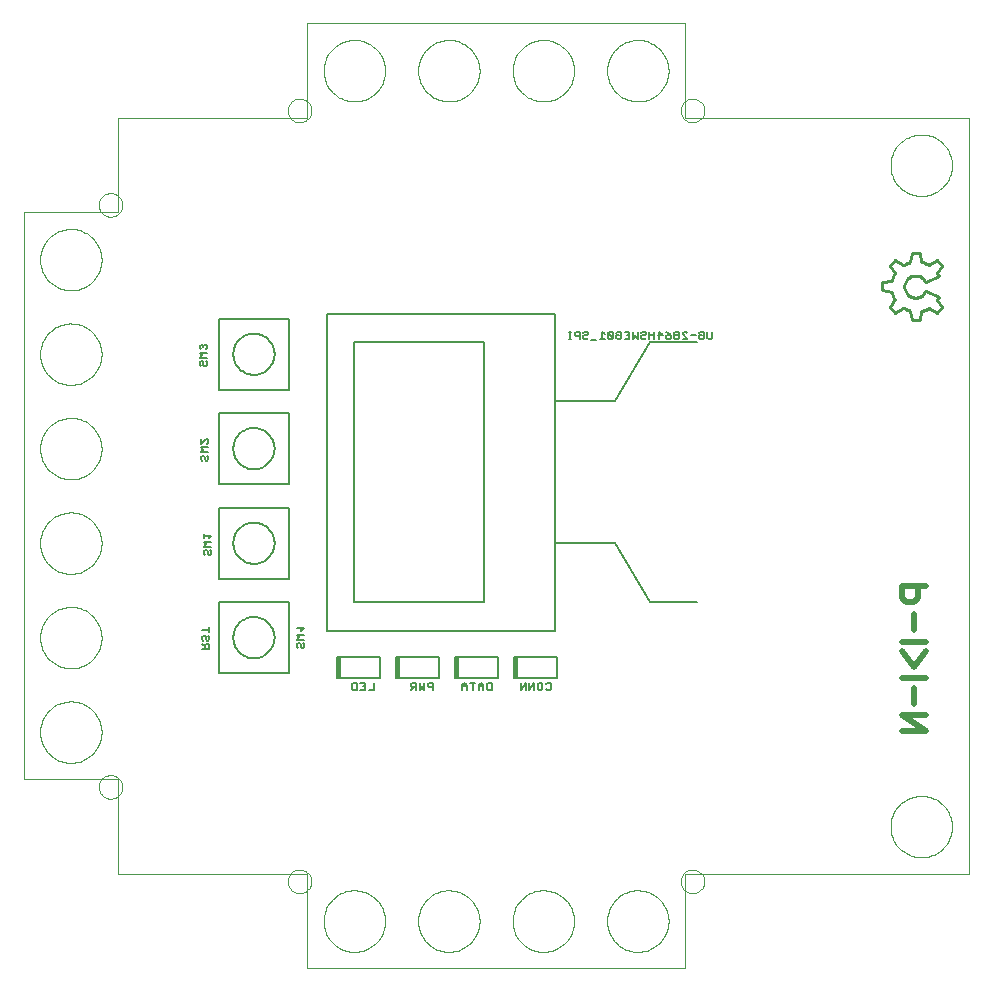
<source format=gbo>
G75*
%MOIN*%
%OFA0B0*%
%FSLAX24Y24*%
%IPPOS*%
%LPD*%
%AMOC8*
5,1,8,0,0,1.08239X$1,22.5*
%
%ADD10C,0.0000*%
%ADD11C,0.0200*%
%ADD12C,0.0060*%
%ADD13R,0.0150X0.0700*%
%ADD14C,0.0100*%
D10*
X004874Y004874D02*
X011174Y004874D01*
X011174Y001725D01*
X023772Y001725D01*
X023772Y004874D01*
X033221Y004874D01*
X033221Y030071D01*
X023772Y030071D01*
X023772Y033221D01*
X011174Y033221D01*
X011174Y030071D01*
X004874Y030071D01*
X004874Y026922D01*
X001725Y026922D01*
X001725Y008024D01*
X004874Y008024D01*
X004874Y004874D01*
X004230Y007774D02*
X004232Y007813D01*
X004238Y007852D01*
X004248Y007890D01*
X004261Y007927D01*
X004278Y007962D01*
X004298Y007996D01*
X004322Y008027D01*
X004349Y008056D01*
X004378Y008082D01*
X004410Y008105D01*
X004444Y008125D01*
X004480Y008141D01*
X004517Y008153D01*
X004556Y008162D01*
X004595Y008167D01*
X004634Y008168D01*
X004673Y008165D01*
X004712Y008158D01*
X004749Y008147D01*
X004786Y008133D01*
X004821Y008115D01*
X004854Y008094D01*
X004885Y008069D01*
X004913Y008042D01*
X004938Y008012D01*
X004960Y007979D01*
X004979Y007945D01*
X004994Y007909D01*
X005006Y007871D01*
X005014Y007833D01*
X005018Y007794D01*
X005018Y007754D01*
X005014Y007715D01*
X005006Y007677D01*
X004994Y007639D01*
X004979Y007603D01*
X004960Y007569D01*
X004938Y007536D01*
X004913Y007506D01*
X004885Y007479D01*
X004854Y007454D01*
X004821Y007433D01*
X004786Y007415D01*
X004749Y007401D01*
X004712Y007390D01*
X004673Y007383D01*
X004634Y007380D01*
X004595Y007381D01*
X004556Y007386D01*
X004517Y007395D01*
X004480Y007407D01*
X004444Y007423D01*
X004410Y007443D01*
X004378Y007466D01*
X004349Y007492D01*
X004322Y007521D01*
X004298Y007552D01*
X004278Y007586D01*
X004261Y007621D01*
X004248Y007658D01*
X004238Y007696D01*
X004232Y007735D01*
X004230Y007774D01*
X002276Y009599D02*
X002278Y009663D01*
X002284Y009726D01*
X002294Y009789D01*
X002308Y009851D01*
X002325Y009912D01*
X002347Y009972D01*
X002372Y010031D01*
X002400Y010088D01*
X002432Y010143D01*
X002468Y010196D01*
X002507Y010246D01*
X002548Y010294D01*
X002593Y010340D01*
X002640Y010382D01*
X002690Y010422D01*
X002743Y010458D01*
X002797Y010491D01*
X002854Y010521D01*
X002912Y010547D01*
X002971Y010569D01*
X003032Y010587D01*
X003094Y010602D01*
X003157Y010613D01*
X003220Y010620D01*
X003284Y010623D01*
X003348Y010622D01*
X003411Y010617D01*
X003474Y010608D01*
X003537Y010595D01*
X003598Y010579D01*
X003659Y010558D01*
X003717Y010534D01*
X003775Y010506D01*
X003830Y010475D01*
X003884Y010440D01*
X003935Y010402D01*
X003984Y010361D01*
X004030Y010317D01*
X004073Y010271D01*
X004113Y010221D01*
X004150Y010170D01*
X004184Y010116D01*
X004215Y010060D01*
X004241Y010002D01*
X004265Y009943D01*
X004284Y009882D01*
X004300Y009820D01*
X004312Y009758D01*
X004320Y009694D01*
X004324Y009631D01*
X004324Y009567D01*
X004320Y009504D01*
X004312Y009440D01*
X004300Y009378D01*
X004284Y009316D01*
X004265Y009255D01*
X004241Y009196D01*
X004215Y009138D01*
X004184Y009082D01*
X004150Y009028D01*
X004113Y008977D01*
X004073Y008927D01*
X004030Y008881D01*
X003984Y008837D01*
X003935Y008796D01*
X003884Y008758D01*
X003830Y008723D01*
X003775Y008692D01*
X003717Y008664D01*
X003659Y008640D01*
X003598Y008619D01*
X003537Y008603D01*
X003474Y008590D01*
X003411Y008581D01*
X003348Y008576D01*
X003284Y008575D01*
X003220Y008578D01*
X003157Y008585D01*
X003094Y008596D01*
X003032Y008611D01*
X002971Y008629D01*
X002912Y008651D01*
X002854Y008677D01*
X002797Y008707D01*
X002743Y008740D01*
X002690Y008776D01*
X002640Y008816D01*
X002593Y008858D01*
X002548Y008904D01*
X002507Y008952D01*
X002468Y009002D01*
X002432Y009055D01*
X002400Y009110D01*
X002372Y009167D01*
X002347Y009226D01*
X002325Y009286D01*
X002308Y009347D01*
X002294Y009409D01*
X002284Y009472D01*
X002278Y009535D01*
X002276Y009599D01*
X002276Y012748D02*
X002278Y012812D01*
X002284Y012875D01*
X002294Y012938D01*
X002308Y013000D01*
X002325Y013061D01*
X002347Y013121D01*
X002372Y013180D01*
X002400Y013237D01*
X002432Y013292D01*
X002468Y013345D01*
X002507Y013395D01*
X002548Y013443D01*
X002593Y013489D01*
X002640Y013531D01*
X002690Y013571D01*
X002743Y013607D01*
X002797Y013640D01*
X002854Y013670D01*
X002912Y013696D01*
X002971Y013718D01*
X003032Y013736D01*
X003094Y013751D01*
X003157Y013762D01*
X003220Y013769D01*
X003284Y013772D01*
X003348Y013771D01*
X003411Y013766D01*
X003474Y013757D01*
X003537Y013744D01*
X003598Y013728D01*
X003659Y013707D01*
X003717Y013683D01*
X003775Y013655D01*
X003830Y013624D01*
X003884Y013589D01*
X003935Y013551D01*
X003984Y013510D01*
X004030Y013466D01*
X004073Y013420D01*
X004113Y013370D01*
X004150Y013319D01*
X004184Y013265D01*
X004215Y013209D01*
X004241Y013151D01*
X004265Y013092D01*
X004284Y013031D01*
X004300Y012969D01*
X004312Y012907D01*
X004320Y012843D01*
X004324Y012780D01*
X004324Y012716D01*
X004320Y012653D01*
X004312Y012589D01*
X004300Y012527D01*
X004284Y012465D01*
X004265Y012404D01*
X004241Y012345D01*
X004215Y012287D01*
X004184Y012231D01*
X004150Y012177D01*
X004113Y012126D01*
X004073Y012076D01*
X004030Y012030D01*
X003984Y011986D01*
X003935Y011945D01*
X003884Y011907D01*
X003830Y011872D01*
X003775Y011841D01*
X003717Y011813D01*
X003659Y011789D01*
X003598Y011768D01*
X003537Y011752D01*
X003474Y011739D01*
X003411Y011730D01*
X003348Y011725D01*
X003284Y011724D01*
X003220Y011727D01*
X003157Y011734D01*
X003094Y011745D01*
X003032Y011760D01*
X002971Y011778D01*
X002912Y011800D01*
X002854Y011826D01*
X002797Y011856D01*
X002743Y011889D01*
X002690Y011925D01*
X002640Y011965D01*
X002593Y012007D01*
X002548Y012053D01*
X002507Y012101D01*
X002468Y012151D01*
X002432Y012204D01*
X002400Y012259D01*
X002372Y012316D01*
X002347Y012375D01*
X002325Y012435D01*
X002308Y012496D01*
X002294Y012558D01*
X002284Y012621D01*
X002278Y012684D01*
X002276Y012748D01*
X002276Y015898D02*
X002278Y015962D01*
X002284Y016025D01*
X002294Y016088D01*
X002308Y016150D01*
X002325Y016211D01*
X002347Y016271D01*
X002372Y016330D01*
X002400Y016387D01*
X002432Y016442D01*
X002468Y016495D01*
X002507Y016545D01*
X002548Y016593D01*
X002593Y016639D01*
X002640Y016681D01*
X002690Y016721D01*
X002743Y016757D01*
X002797Y016790D01*
X002854Y016820D01*
X002912Y016846D01*
X002971Y016868D01*
X003032Y016886D01*
X003094Y016901D01*
X003157Y016912D01*
X003220Y016919D01*
X003284Y016922D01*
X003348Y016921D01*
X003411Y016916D01*
X003474Y016907D01*
X003537Y016894D01*
X003598Y016878D01*
X003659Y016857D01*
X003717Y016833D01*
X003775Y016805D01*
X003830Y016774D01*
X003884Y016739D01*
X003935Y016701D01*
X003984Y016660D01*
X004030Y016616D01*
X004073Y016570D01*
X004113Y016520D01*
X004150Y016469D01*
X004184Y016415D01*
X004215Y016359D01*
X004241Y016301D01*
X004265Y016242D01*
X004284Y016181D01*
X004300Y016119D01*
X004312Y016057D01*
X004320Y015993D01*
X004324Y015930D01*
X004324Y015866D01*
X004320Y015803D01*
X004312Y015739D01*
X004300Y015677D01*
X004284Y015615D01*
X004265Y015554D01*
X004241Y015495D01*
X004215Y015437D01*
X004184Y015381D01*
X004150Y015327D01*
X004113Y015276D01*
X004073Y015226D01*
X004030Y015180D01*
X003984Y015136D01*
X003935Y015095D01*
X003884Y015057D01*
X003830Y015022D01*
X003775Y014991D01*
X003717Y014963D01*
X003659Y014939D01*
X003598Y014918D01*
X003537Y014902D01*
X003474Y014889D01*
X003411Y014880D01*
X003348Y014875D01*
X003284Y014874D01*
X003220Y014877D01*
X003157Y014884D01*
X003094Y014895D01*
X003032Y014910D01*
X002971Y014928D01*
X002912Y014950D01*
X002854Y014976D01*
X002797Y015006D01*
X002743Y015039D01*
X002690Y015075D01*
X002640Y015115D01*
X002593Y015157D01*
X002548Y015203D01*
X002507Y015251D01*
X002468Y015301D01*
X002432Y015354D01*
X002400Y015409D01*
X002372Y015466D01*
X002347Y015525D01*
X002325Y015585D01*
X002308Y015646D01*
X002294Y015708D01*
X002284Y015771D01*
X002278Y015834D01*
X002276Y015898D01*
X002276Y019048D02*
X002278Y019112D01*
X002284Y019175D01*
X002294Y019238D01*
X002308Y019300D01*
X002325Y019361D01*
X002347Y019421D01*
X002372Y019480D01*
X002400Y019537D01*
X002432Y019592D01*
X002468Y019645D01*
X002507Y019695D01*
X002548Y019743D01*
X002593Y019789D01*
X002640Y019831D01*
X002690Y019871D01*
X002743Y019907D01*
X002797Y019940D01*
X002854Y019970D01*
X002912Y019996D01*
X002971Y020018D01*
X003032Y020036D01*
X003094Y020051D01*
X003157Y020062D01*
X003220Y020069D01*
X003284Y020072D01*
X003348Y020071D01*
X003411Y020066D01*
X003474Y020057D01*
X003537Y020044D01*
X003598Y020028D01*
X003659Y020007D01*
X003717Y019983D01*
X003775Y019955D01*
X003830Y019924D01*
X003884Y019889D01*
X003935Y019851D01*
X003984Y019810D01*
X004030Y019766D01*
X004073Y019720D01*
X004113Y019670D01*
X004150Y019619D01*
X004184Y019565D01*
X004215Y019509D01*
X004241Y019451D01*
X004265Y019392D01*
X004284Y019331D01*
X004300Y019269D01*
X004312Y019207D01*
X004320Y019143D01*
X004324Y019080D01*
X004324Y019016D01*
X004320Y018953D01*
X004312Y018889D01*
X004300Y018827D01*
X004284Y018765D01*
X004265Y018704D01*
X004241Y018645D01*
X004215Y018587D01*
X004184Y018531D01*
X004150Y018477D01*
X004113Y018426D01*
X004073Y018376D01*
X004030Y018330D01*
X003984Y018286D01*
X003935Y018245D01*
X003884Y018207D01*
X003830Y018172D01*
X003775Y018141D01*
X003717Y018113D01*
X003659Y018089D01*
X003598Y018068D01*
X003537Y018052D01*
X003474Y018039D01*
X003411Y018030D01*
X003348Y018025D01*
X003284Y018024D01*
X003220Y018027D01*
X003157Y018034D01*
X003094Y018045D01*
X003032Y018060D01*
X002971Y018078D01*
X002912Y018100D01*
X002854Y018126D01*
X002797Y018156D01*
X002743Y018189D01*
X002690Y018225D01*
X002640Y018265D01*
X002593Y018307D01*
X002548Y018353D01*
X002507Y018401D01*
X002468Y018451D01*
X002432Y018504D01*
X002400Y018559D01*
X002372Y018616D01*
X002347Y018675D01*
X002325Y018735D01*
X002308Y018796D01*
X002294Y018858D01*
X002284Y018921D01*
X002278Y018984D01*
X002276Y019048D01*
X002276Y022197D02*
X002278Y022261D01*
X002284Y022324D01*
X002294Y022387D01*
X002308Y022449D01*
X002325Y022510D01*
X002347Y022570D01*
X002372Y022629D01*
X002400Y022686D01*
X002432Y022741D01*
X002468Y022794D01*
X002507Y022844D01*
X002548Y022892D01*
X002593Y022938D01*
X002640Y022980D01*
X002690Y023020D01*
X002743Y023056D01*
X002797Y023089D01*
X002854Y023119D01*
X002912Y023145D01*
X002971Y023167D01*
X003032Y023185D01*
X003094Y023200D01*
X003157Y023211D01*
X003220Y023218D01*
X003284Y023221D01*
X003348Y023220D01*
X003411Y023215D01*
X003474Y023206D01*
X003537Y023193D01*
X003598Y023177D01*
X003659Y023156D01*
X003717Y023132D01*
X003775Y023104D01*
X003830Y023073D01*
X003884Y023038D01*
X003935Y023000D01*
X003984Y022959D01*
X004030Y022915D01*
X004073Y022869D01*
X004113Y022819D01*
X004150Y022768D01*
X004184Y022714D01*
X004215Y022658D01*
X004241Y022600D01*
X004265Y022541D01*
X004284Y022480D01*
X004300Y022418D01*
X004312Y022356D01*
X004320Y022292D01*
X004324Y022229D01*
X004324Y022165D01*
X004320Y022102D01*
X004312Y022038D01*
X004300Y021976D01*
X004284Y021914D01*
X004265Y021853D01*
X004241Y021794D01*
X004215Y021736D01*
X004184Y021680D01*
X004150Y021626D01*
X004113Y021575D01*
X004073Y021525D01*
X004030Y021479D01*
X003984Y021435D01*
X003935Y021394D01*
X003884Y021356D01*
X003830Y021321D01*
X003775Y021290D01*
X003717Y021262D01*
X003659Y021238D01*
X003598Y021217D01*
X003537Y021201D01*
X003474Y021188D01*
X003411Y021179D01*
X003348Y021174D01*
X003284Y021173D01*
X003220Y021176D01*
X003157Y021183D01*
X003094Y021194D01*
X003032Y021209D01*
X002971Y021227D01*
X002912Y021249D01*
X002854Y021275D01*
X002797Y021305D01*
X002743Y021338D01*
X002690Y021374D01*
X002640Y021414D01*
X002593Y021456D01*
X002548Y021502D01*
X002507Y021550D01*
X002468Y021600D01*
X002432Y021653D01*
X002400Y021708D01*
X002372Y021765D01*
X002347Y021824D01*
X002325Y021884D01*
X002308Y021945D01*
X002294Y022007D01*
X002284Y022070D01*
X002278Y022133D01*
X002276Y022197D01*
X002276Y025347D02*
X002278Y025411D01*
X002284Y025474D01*
X002294Y025537D01*
X002308Y025599D01*
X002325Y025660D01*
X002347Y025720D01*
X002372Y025779D01*
X002400Y025836D01*
X002432Y025891D01*
X002468Y025944D01*
X002507Y025994D01*
X002548Y026042D01*
X002593Y026088D01*
X002640Y026130D01*
X002690Y026170D01*
X002743Y026206D01*
X002797Y026239D01*
X002854Y026269D01*
X002912Y026295D01*
X002971Y026317D01*
X003032Y026335D01*
X003094Y026350D01*
X003157Y026361D01*
X003220Y026368D01*
X003284Y026371D01*
X003348Y026370D01*
X003411Y026365D01*
X003474Y026356D01*
X003537Y026343D01*
X003598Y026327D01*
X003659Y026306D01*
X003717Y026282D01*
X003775Y026254D01*
X003830Y026223D01*
X003884Y026188D01*
X003935Y026150D01*
X003984Y026109D01*
X004030Y026065D01*
X004073Y026019D01*
X004113Y025969D01*
X004150Y025918D01*
X004184Y025864D01*
X004215Y025808D01*
X004241Y025750D01*
X004265Y025691D01*
X004284Y025630D01*
X004300Y025568D01*
X004312Y025506D01*
X004320Y025442D01*
X004324Y025379D01*
X004324Y025315D01*
X004320Y025252D01*
X004312Y025188D01*
X004300Y025126D01*
X004284Y025064D01*
X004265Y025003D01*
X004241Y024944D01*
X004215Y024886D01*
X004184Y024830D01*
X004150Y024776D01*
X004113Y024725D01*
X004073Y024675D01*
X004030Y024629D01*
X003984Y024585D01*
X003935Y024544D01*
X003884Y024506D01*
X003830Y024471D01*
X003775Y024440D01*
X003717Y024412D01*
X003659Y024388D01*
X003598Y024367D01*
X003537Y024351D01*
X003474Y024338D01*
X003411Y024329D01*
X003348Y024324D01*
X003284Y024323D01*
X003220Y024326D01*
X003157Y024333D01*
X003094Y024344D01*
X003032Y024359D01*
X002971Y024377D01*
X002912Y024399D01*
X002854Y024425D01*
X002797Y024455D01*
X002743Y024488D01*
X002690Y024524D01*
X002640Y024564D01*
X002593Y024606D01*
X002548Y024652D01*
X002507Y024700D01*
X002468Y024750D01*
X002432Y024803D01*
X002400Y024858D01*
X002372Y024915D01*
X002347Y024974D01*
X002325Y025034D01*
X002308Y025095D01*
X002294Y025157D01*
X002284Y025220D01*
X002278Y025283D01*
X002276Y025347D01*
X004230Y027172D02*
X004232Y027211D01*
X004238Y027250D01*
X004248Y027288D01*
X004261Y027325D01*
X004278Y027360D01*
X004298Y027394D01*
X004322Y027425D01*
X004349Y027454D01*
X004378Y027480D01*
X004410Y027503D01*
X004444Y027523D01*
X004480Y027539D01*
X004517Y027551D01*
X004556Y027560D01*
X004595Y027565D01*
X004634Y027566D01*
X004673Y027563D01*
X004712Y027556D01*
X004749Y027545D01*
X004786Y027531D01*
X004821Y027513D01*
X004854Y027492D01*
X004885Y027467D01*
X004913Y027440D01*
X004938Y027410D01*
X004960Y027377D01*
X004979Y027343D01*
X004994Y027307D01*
X005006Y027269D01*
X005014Y027231D01*
X005018Y027192D01*
X005018Y027152D01*
X005014Y027113D01*
X005006Y027075D01*
X004994Y027037D01*
X004979Y027001D01*
X004960Y026967D01*
X004938Y026934D01*
X004913Y026904D01*
X004885Y026877D01*
X004854Y026852D01*
X004821Y026831D01*
X004786Y026813D01*
X004749Y026799D01*
X004712Y026788D01*
X004673Y026781D01*
X004634Y026778D01*
X004595Y026779D01*
X004556Y026784D01*
X004517Y026793D01*
X004480Y026805D01*
X004444Y026821D01*
X004410Y026841D01*
X004378Y026864D01*
X004349Y026890D01*
X004322Y026919D01*
X004298Y026950D01*
X004278Y026984D01*
X004261Y027019D01*
X004248Y027056D01*
X004238Y027094D01*
X004232Y027133D01*
X004230Y027172D01*
X010530Y030321D02*
X010532Y030360D01*
X010538Y030399D01*
X010548Y030437D01*
X010561Y030474D01*
X010578Y030509D01*
X010598Y030543D01*
X010622Y030574D01*
X010649Y030603D01*
X010678Y030629D01*
X010710Y030652D01*
X010744Y030672D01*
X010780Y030688D01*
X010817Y030700D01*
X010856Y030709D01*
X010895Y030714D01*
X010934Y030715D01*
X010973Y030712D01*
X011012Y030705D01*
X011049Y030694D01*
X011086Y030680D01*
X011121Y030662D01*
X011154Y030641D01*
X011185Y030616D01*
X011213Y030589D01*
X011238Y030559D01*
X011260Y030526D01*
X011279Y030492D01*
X011294Y030456D01*
X011306Y030418D01*
X011314Y030380D01*
X011318Y030341D01*
X011318Y030301D01*
X011314Y030262D01*
X011306Y030224D01*
X011294Y030186D01*
X011279Y030150D01*
X011260Y030116D01*
X011238Y030083D01*
X011213Y030053D01*
X011185Y030026D01*
X011154Y030001D01*
X011121Y029980D01*
X011086Y029962D01*
X011049Y029948D01*
X011012Y029937D01*
X010973Y029930D01*
X010934Y029927D01*
X010895Y029928D01*
X010856Y029933D01*
X010817Y029942D01*
X010780Y029954D01*
X010744Y029970D01*
X010710Y029990D01*
X010678Y030013D01*
X010649Y030039D01*
X010622Y030068D01*
X010598Y030099D01*
X010578Y030133D01*
X010561Y030168D01*
X010548Y030205D01*
X010538Y030243D01*
X010532Y030282D01*
X010530Y030321D01*
X011724Y031646D02*
X011726Y031710D01*
X011732Y031773D01*
X011742Y031836D01*
X011756Y031898D01*
X011773Y031959D01*
X011795Y032019D01*
X011820Y032078D01*
X011848Y032135D01*
X011880Y032190D01*
X011916Y032243D01*
X011955Y032293D01*
X011996Y032341D01*
X012041Y032387D01*
X012088Y032429D01*
X012138Y032469D01*
X012191Y032505D01*
X012245Y032538D01*
X012302Y032568D01*
X012360Y032594D01*
X012419Y032616D01*
X012480Y032634D01*
X012542Y032649D01*
X012605Y032660D01*
X012668Y032667D01*
X012732Y032670D01*
X012796Y032669D01*
X012859Y032664D01*
X012922Y032655D01*
X012985Y032642D01*
X013046Y032626D01*
X013107Y032605D01*
X013165Y032581D01*
X013223Y032553D01*
X013278Y032522D01*
X013332Y032487D01*
X013383Y032449D01*
X013432Y032408D01*
X013478Y032364D01*
X013521Y032318D01*
X013561Y032268D01*
X013598Y032217D01*
X013632Y032163D01*
X013663Y032107D01*
X013689Y032049D01*
X013713Y031990D01*
X013732Y031929D01*
X013748Y031867D01*
X013760Y031805D01*
X013768Y031741D01*
X013772Y031678D01*
X013772Y031614D01*
X013768Y031551D01*
X013760Y031487D01*
X013748Y031425D01*
X013732Y031363D01*
X013713Y031302D01*
X013689Y031243D01*
X013663Y031185D01*
X013632Y031129D01*
X013598Y031075D01*
X013561Y031024D01*
X013521Y030974D01*
X013478Y030928D01*
X013432Y030884D01*
X013383Y030843D01*
X013332Y030805D01*
X013278Y030770D01*
X013223Y030739D01*
X013165Y030711D01*
X013107Y030687D01*
X013046Y030666D01*
X012985Y030650D01*
X012922Y030637D01*
X012859Y030628D01*
X012796Y030623D01*
X012732Y030622D01*
X012668Y030625D01*
X012605Y030632D01*
X012542Y030643D01*
X012480Y030658D01*
X012419Y030676D01*
X012360Y030698D01*
X012302Y030724D01*
X012245Y030754D01*
X012191Y030787D01*
X012138Y030823D01*
X012088Y030863D01*
X012041Y030905D01*
X011996Y030951D01*
X011955Y030999D01*
X011916Y031049D01*
X011880Y031102D01*
X011848Y031157D01*
X011820Y031214D01*
X011795Y031273D01*
X011773Y031333D01*
X011756Y031394D01*
X011742Y031456D01*
X011732Y031519D01*
X011726Y031582D01*
X011724Y031646D01*
X014874Y031646D02*
X014876Y031710D01*
X014882Y031773D01*
X014892Y031836D01*
X014906Y031898D01*
X014923Y031959D01*
X014945Y032019D01*
X014970Y032078D01*
X014998Y032135D01*
X015030Y032190D01*
X015066Y032243D01*
X015105Y032293D01*
X015146Y032341D01*
X015191Y032387D01*
X015238Y032429D01*
X015288Y032469D01*
X015341Y032505D01*
X015395Y032538D01*
X015452Y032568D01*
X015510Y032594D01*
X015569Y032616D01*
X015630Y032634D01*
X015692Y032649D01*
X015755Y032660D01*
X015818Y032667D01*
X015882Y032670D01*
X015946Y032669D01*
X016009Y032664D01*
X016072Y032655D01*
X016135Y032642D01*
X016196Y032626D01*
X016257Y032605D01*
X016315Y032581D01*
X016373Y032553D01*
X016428Y032522D01*
X016482Y032487D01*
X016533Y032449D01*
X016582Y032408D01*
X016628Y032364D01*
X016671Y032318D01*
X016711Y032268D01*
X016748Y032217D01*
X016782Y032163D01*
X016813Y032107D01*
X016839Y032049D01*
X016863Y031990D01*
X016882Y031929D01*
X016898Y031867D01*
X016910Y031805D01*
X016918Y031741D01*
X016922Y031678D01*
X016922Y031614D01*
X016918Y031551D01*
X016910Y031487D01*
X016898Y031425D01*
X016882Y031363D01*
X016863Y031302D01*
X016839Y031243D01*
X016813Y031185D01*
X016782Y031129D01*
X016748Y031075D01*
X016711Y031024D01*
X016671Y030974D01*
X016628Y030928D01*
X016582Y030884D01*
X016533Y030843D01*
X016482Y030805D01*
X016428Y030770D01*
X016373Y030739D01*
X016315Y030711D01*
X016257Y030687D01*
X016196Y030666D01*
X016135Y030650D01*
X016072Y030637D01*
X016009Y030628D01*
X015946Y030623D01*
X015882Y030622D01*
X015818Y030625D01*
X015755Y030632D01*
X015692Y030643D01*
X015630Y030658D01*
X015569Y030676D01*
X015510Y030698D01*
X015452Y030724D01*
X015395Y030754D01*
X015341Y030787D01*
X015288Y030823D01*
X015238Y030863D01*
X015191Y030905D01*
X015146Y030951D01*
X015105Y030999D01*
X015066Y031049D01*
X015030Y031102D01*
X014998Y031157D01*
X014970Y031214D01*
X014945Y031273D01*
X014923Y031333D01*
X014906Y031394D01*
X014892Y031456D01*
X014882Y031519D01*
X014876Y031582D01*
X014874Y031646D01*
X018024Y031646D02*
X018026Y031710D01*
X018032Y031773D01*
X018042Y031836D01*
X018056Y031898D01*
X018073Y031959D01*
X018095Y032019D01*
X018120Y032078D01*
X018148Y032135D01*
X018180Y032190D01*
X018216Y032243D01*
X018255Y032293D01*
X018296Y032341D01*
X018341Y032387D01*
X018388Y032429D01*
X018438Y032469D01*
X018491Y032505D01*
X018545Y032538D01*
X018602Y032568D01*
X018660Y032594D01*
X018719Y032616D01*
X018780Y032634D01*
X018842Y032649D01*
X018905Y032660D01*
X018968Y032667D01*
X019032Y032670D01*
X019096Y032669D01*
X019159Y032664D01*
X019222Y032655D01*
X019285Y032642D01*
X019346Y032626D01*
X019407Y032605D01*
X019465Y032581D01*
X019523Y032553D01*
X019578Y032522D01*
X019632Y032487D01*
X019683Y032449D01*
X019732Y032408D01*
X019778Y032364D01*
X019821Y032318D01*
X019861Y032268D01*
X019898Y032217D01*
X019932Y032163D01*
X019963Y032107D01*
X019989Y032049D01*
X020013Y031990D01*
X020032Y031929D01*
X020048Y031867D01*
X020060Y031805D01*
X020068Y031741D01*
X020072Y031678D01*
X020072Y031614D01*
X020068Y031551D01*
X020060Y031487D01*
X020048Y031425D01*
X020032Y031363D01*
X020013Y031302D01*
X019989Y031243D01*
X019963Y031185D01*
X019932Y031129D01*
X019898Y031075D01*
X019861Y031024D01*
X019821Y030974D01*
X019778Y030928D01*
X019732Y030884D01*
X019683Y030843D01*
X019632Y030805D01*
X019578Y030770D01*
X019523Y030739D01*
X019465Y030711D01*
X019407Y030687D01*
X019346Y030666D01*
X019285Y030650D01*
X019222Y030637D01*
X019159Y030628D01*
X019096Y030623D01*
X019032Y030622D01*
X018968Y030625D01*
X018905Y030632D01*
X018842Y030643D01*
X018780Y030658D01*
X018719Y030676D01*
X018660Y030698D01*
X018602Y030724D01*
X018545Y030754D01*
X018491Y030787D01*
X018438Y030823D01*
X018388Y030863D01*
X018341Y030905D01*
X018296Y030951D01*
X018255Y030999D01*
X018216Y031049D01*
X018180Y031102D01*
X018148Y031157D01*
X018120Y031214D01*
X018095Y031273D01*
X018073Y031333D01*
X018056Y031394D01*
X018042Y031456D01*
X018032Y031519D01*
X018026Y031582D01*
X018024Y031646D01*
X021173Y031646D02*
X021175Y031710D01*
X021181Y031773D01*
X021191Y031836D01*
X021205Y031898D01*
X021222Y031959D01*
X021244Y032019D01*
X021269Y032078D01*
X021297Y032135D01*
X021329Y032190D01*
X021365Y032243D01*
X021404Y032293D01*
X021445Y032341D01*
X021490Y032387D01*
X021537Y032429D01*
X021587Y032469D01*
X021640Y032505D01*
X021694Y032538D01*
X021751Y032568D01*
X021809Y032594D01*
X021868Y032616D01*
X021929Y032634D01*
X021991Y032649D01*
X022054Y032660D01*
X022117Y032667D01*
X022181Y032670D01*
X022245Y032669D01*
X022308Y032664D01*
X022371Y032655D01*
X022434Y032642D01*
X022495Y032626D01*
X022556Y032605D01*
X022614Y032581D01*
X022672Y032553D01*
X022727Y032522D01*
X022781Y032487D01*
X022832Y032449D01*
X022881Y032408D01*
X022927Y032364D01*
X022970Y032318D01*
X023010Y032268D01*
X023047Y032217D01*
X023081Y032163D01*
X023112Y032107D01*
X023138Y032049D01*
X023162Y031990D01*
X023181Y031929D01*
X023197Y031867D01*
X023209Y031805D01*
X023217Y031741D01*
X023221Y031678D01*
X023221Y031614D01*
X023217Y031551D01*
X023209Y031487D01*
X023197Y031425D01*
X023181Y031363D01*
X023162Y031302D01*
X023138Y031243D01*
X023112Y031185D01*
X023081Y031129D01*
X023047Y031075D01*
X023010Y031024D01*
X022970Y030974D01*
X022927Y030928D01*
X022881Y030884D01*
X022832Y030843D01*
X022781Y030805D01*
X022727Y030770D01*
X022672Y030739D01*
X022614Y030711D01*
X022556Y030687D01*
X022495Y030666D01*
X022434Y030650D01*
X022371Y030637D01*
X022308Y030628D01*
X022245Y030623D01*
X022181Y030622D01*
X022117Y030625D01*
X022054Y030632D01*
X021991Y030643D01*
X021929Y030658D01*
X021868Y030676D01*
X021809Y030698D01*
X021751Y030724D01*
X021694Y030754D01*
X021640Y030787D01*
X021587Y030823D01*
X021537Y030863D01*
X021490Y030905D01*
X021445Y030951D01*
X021404Y030999D01*
X021365Y031049D01*
X021329Y031102D01*
X021297Y031157D01*
X021269Y031214D01*
X021244Y031273D01*
X021222Y031333D01*
X021205Y031394D01*
X021191Y031456D01*
X021181Y031519D01*
X021175Y031582D01*
X021173Y031646D01*
X023628Y030321D02*
X023630Y030360D01*
X023636Y030399D01*
X023646Y030437D01*
X023659Y030474D01*
X023676Y030509D01*
X023696Y030543D01*
X023720Y030574D01*
X023747Y030603D01*
X023776Y030629D01*
X023808Y030652D01*
X023842Y030672D01*
X023878Y030688D01*
X023915Y030700D01*
X023954Y030709D01*
X023993Y030714D01*
X024032Y030715D01*
X024071Y030712D01*
X024110Y030705D01*
X024147Y030694D01*
X024184Y030680D01*
X024219Y030662D01*
X024252Y030641D01*
X024283Y030616D01*
X024311Y030589D01*
X024336Y030559D01*
X024358Y030526D01*
X024377Y030492D01*
X024392Y030456D01*
X024404Y030418D01*
X024412Y030380D01*
X024416Y030341D01*
X024416Y030301D01*
X024412Y030262D01*
X024404Y030224D01*
X024392Y030186D01*
X024377Y030150D01*
X024358Y030116D01*
X024336Y030083D01*
X024311Y030053D01*
X024283Y030026D01*
X024252Y030001D01*
X024219Y029980D01*
X024184Y029962D01*
X024147Y029948D01*
X024110Y029937D01*
X024071Y029930D01*
X024032Y029927D01*
X023993Y029928D01*
X023954Y029933D01*
X023915Y029942D01*
X023878Y029954D01*
X023842Y029970D01*
X023808Y029990D01*
X023776Y030013D01*
X023747Y030039D01*
X023720Y030068D01*
X023696Y030099D01*
X023676Y030133D01*
X023659Y030168D01*
X023646Y030205D01*
X023636Y030243D01*
X023630Y030282D01*
X023628Y030321D01*
X030622Y028496D02*
X030624Y028560D01*
X030630Y028623D01*
X030640Y028686D01*
X030654Y028748D01*
X030671Y028809D01*
X030693Y028869D01*
X030718Y028928D01*
X030746Y028985D01*
X030778Y029040D01*
X030814Y029093D01*
X030853Y029143D01*
X030894Y029191D01*
X030939Y029237D01*
X030986Y029279D01*
X031036Y029319D01*
X031089Y029355D01*
X031143Y029388D01*
X031200Y029418D01*
X031258Y029444D01*
X031317Y029466D01*
X031378Y029484D01*
X031440Y029499D01*
X031503Y029510D01*
X031566Y029517D01*
X031630Y029520D01*
X031694Y029519D01*
X031757Y029514D01*
X031820Y029505D01*
X031883Y029492D01*
X031944Y029476D01*
X032005Y029455D01*
X032063Y029431D01*
X032121Y029403D01*
X032176Y029372D01*
X032230Y029337D01*
X032281Y029299D01*
X032330Y029258D01*
X032376Y029214D01*
X032419Y029168D01*
X032459Y029118D01*
X032496Y029067D01*
X032530Y029013D01*
X032561Y028957D01*
X032587Y028899D01*
X032611Y028840D01*
X032630Y028779D01*
X032646Y028717D01*
X032658Y028655D01*
X032666Y028591D01*
X032670Y028528D01*
X032670Y028464D01*
X032666Y028401D01*
X032658Y028337D01*
X032646Y028275D01*
X032630Y028213D01*
X032611Y028152D01*
X032587Y028093D01*
X032561Y028035D01*
X032530Y027979D01*
X032496Y027925D01*
X032459Y027874D01*
X032419Y027824D01*
X032376Y027778D01*
X032330Y027734D01*
X032281Y027693D01*
X032230Y027655D01*
X032176Y027620D01*
X032121Y027589D01*
X032063Y027561D01*
X032005Y027537D01*
X031944Y027516D01*
X031883Y027500D01*
X031820Y027487D01*
X031757Y027478D01*
X031694Y027473D01*
X031630Y027472D01*
X031566Y027475D01*
X031503Y027482D01*
X031440Y027493D01*
X031378Y027508D01*
X031317Y027526D01*
X031258Y027548D01*
X031200Y027574D01*
X031143Y027604D01*
X031089Y027637D01*
X031036Y027673D01*
X030986Y027713D01*
X030939Y027755D01*
X030894Y027801D01*
X030853Y027849D01*
X030814Y027899D01*
X030778Y027952D01*
X030746Y028007D01*
X030718Y028064D01*
X030693Y028123D01*
X030671Y028183D01*
X030654Y028244D01*
X030640Y028306D01*
X030630Y028369D01*
X030624Y028432D01*
X030622Y028496D01*
X030622Y006449D02*
X030624Y006513D01*
X030630Y006576D01*
X030640Y006639D01*
X030654Y006701D01*
X030671Y006762D01*
X030693Y006822D01*
X030718Y006881D01*
X030746Y006938D01*
X030778Y006993D01*
X030814Y007046D01*
X030853Y007096D01*
X030894Y007144D01*
X030939Y007190D01*
X030986Y007232D01*
X031036Y007272D01*
X031089Y007308D01*
X031143Y007341D01*
X031200Y007371D01*
X031258Y007397D01*
X031317Y007419D01*
X031378Y007437D01*
X031440Y007452D01*
X031503Y007463D01*
X031566Y007470D01*
X031630Y007473D01*
X031694Y007472D01*
X031757Y007467D01*
X031820Y007458D01*
X031883Y007445D01*
X031944Y007429D01*
X032005Y007408D01*
X032063Y007384D01*
X032121Y007356D01*
X032176Y007325D01*
X032230Y007290D01*
X032281Y007252D01*
X032330Y007211D01*
X032376Y007167D01*
X032419Y007121D01*
X032459Y007071D01*
X032496Y007020D01*
X032530Y006966D01*
X032561Y006910D01*
X032587Y006852D01*
X032611Y006793D01*
X032630Y006732D01*
X032646Y006670D01*
X032658Y006608D01*
X032666Y006544D01*
X032670Y006481D01*
X032670Y006417D01*
X032666Y006354D01*
X032658Y006290D01*
X032646Y006228D01*
X032630Y006166D01*
X032611Y006105D01*
X032587Y006046D01*
X032561Y005988D01*
X032530Y005932D01*
X032496Y005878D01*
X032459Y005827D01*
X032419Y005777D01*
X032376Y005731D01*
X032330Y005687D01*
X032281Y005646D01*
X032230Y005608D01*
X032176Y005573D01*
X032121Y005542D01*
X032063Y005514D01*
X032005Y005490D01*
X031944Y005469D01*
X031883Y005453D01*
X031820Y005440D01*
X031757Y005431D01*
X031694Y005426D01*
X031630Y005425D01*
X031566Y005428D01*
X031503Y005435D01*
X031440Y005446D01*
X031378Y005461D01*
X031317Y005479D01*
X031258Y005501D01*
X031200Y005527D01*
X031143Y005557D01*
X031089Y005590D01*
X031036Y005626D01*
X030986Y005666D01*
X030939Y005708D01*
X030894Y005754D01*
X030853Y005802D01*
X030814Y005852D01*
X030778Y005905D01*
X030746Y005960D01*
X030718Y006017D01*
X030693Y006076D01*
X030671Y006136D01*
X030654Y006197D01*
X030640Y006259D01*
X030630Y006322D01*
X030624Y006385D01*
X030622Y006449D01*
X023628Y004624D02*
X023630Y004663D01*
X023636Y004702D01*
X023646Y004740D01*
X023659Y004777D01*
X023676Y004812D01*
X023696Y004846D01*
X023720Y004877D01*
X023747Y004906D01*
X023776Y004932D01*
X023808Y004955D01*
X023842Y004975D01*
X023878Y004991D01*
X023915Y005003D01*
X023954Y005012D01*
X023993Y005017D01*
X024032Y005018D01*
X024071Y005015D01*
X024110Y005008D01*
X024147Y004997D01*
X024184Y004983D01*
X024219Y004965D01*
X024252Y004944D01*
X024283Y004919D01*
X024311Y004892D01*
X024336Y004862D01*
X024358Y004829D01*
X024377Y004795D01*
X024392Y004759D01*
X024404Y004721D01*
X024412Y004683D01*
X024416Y004644D01*
X024416Y004604D01*
X024412Y004565D01*
X024404Y004527D01*
X024392Y004489D01*
X024377Y004453D01*
X024358Y004419D01*
X024336Y004386D01*
X024311Y004356D01*
X024283Y004329D01*
X024252Y004304D01*
X024219Y004283D01*
X024184Y004265D01*
X024147Y004251D01*
X024110Y004240D01*
X024071Y004233D01*
X024032Y004230D01*
X023993Y004231D01*
X023954Y004236D01*
X023915Y004245D01*
X023878Y004257D01*
X023842Y004273D01*
X023808Y004293D01*
X023776Y004316D01*
X023747Y004342D01*
X023720Y004371D01*
X023696Y004402D01*
X023676Y004436D01*
X023659Y004471D01*
X023646Y004508D01*
X023636Y004546D01*
X023630Y004585D01*
X023628Y004624D01*
X021173Y003300D02*
X021175Y003364D01*
X021181Y003427D01*
X021191Y003490D01*
X021205Y003552D01*
X021222Y003613D01*
X021244Y003673D01*
X021269Y003732D01*
X021297Y003789D01*
X021329Y003844D01*
X021365Y003897D01*
X021404Y003947D01*
X021445Y003995D01*
X021490Y004041D01*
X021537Y004083D01*
X021587Y004123D01*
X021640Y004159D01*
X021694Y004192D01*
X021751Y004222D01*
X021809Y004248D01*
X021868Y004270D01*
X021929Y004288D01*
X021991Y004303D01*
X022054Y004314D01*
X022117Y004321D01*
X022181Y004324D01*
X022245Y004323D01*
X022308Y004318D01*
X022371Y004309D01*
X022434Y004296D01*
X022495Y004280D01*
X022556Y004259D01*
X022614Y004235D01*
X022672Y004207D01*
X022727Y004176D01*
X022781Y004141D01*
X022832Y004103D01*
X022881Y004062D01*
X022927Y004018D01*
X022970Y003972D01*
X023010Y003922D01*
X023047Y003871D01*
X023081Y003817D01*
X023112Y003761D01*
X023138Y003703D01*
X023162Y003644D01*
X023181Y003583D01*
X023197Y003521D01*
X023209Y003459D01*
X023217Y003395D01*
X023221Y003332D01*
X023221Y003268D01*
X023217Y003205D01*
X023209Y003141D01*
X023197Y003079D01*
X023181Y003017D01*
X023162Y002956D01*
X023138Y002897D01*
X023112Y002839D01*
X023081Y002783D01*
X023047Y002729D01*
X023010Y002678D01*
X022970Y002628D01*
X022927Y002582D01*
X022881Y002538D01*
X022832Y002497D01*
X022781Y002459D01*
X022727Y002424D01*
X022672Y002393D01*
X022614Y002365D01*
X022556Y002341D01*
X022495Y002320D01*
X022434Y002304D01*
X022371Y002291D01*
X022308Y002282D01*
X022245Y002277D01*
X022181Y002276D01*
X022117Y002279D01*
X022054Y002286D01*
X021991Y002297D01*
X021929Y002312D01*
X021868Y002330D01*
X021809Y002352D01*
X021751Y002378D01*
X021694Y002408D01*
X021640Y002441D01*
X021587Y002477D01*
X021537Y002517D01*
X021490Y002559D01*
X021445Y002605D01*
X021404Y002653D01*
X021365Y002703D01*
X021329Y002756D01*
X021297Y002811D01*
X021269Y002868D01*
X021244Y002927D01*
X021222Y002987D01*
X021205Y003048D01*
X021191Y003110D01*
X021181Y003173D01*
X021175Y003236D01*
X021173Y003300D01*
X018024Y003300D02*
X018026Y003364D01*
X018032Y003427D01*
X018042Y003490D01*
X018056Y003552D01*
X018073Y003613D01*
X018095Y003673D01*
X018120Y003732D01*
X018148Y003789D01*
X018180Y003844D01*
X018216Y003897D01*
X018255Y003947D01*
X018296Y003995D01*
X018341Y004041D01*
X018388Y004083D01*
X018438Y004123D01*
X018491Y004159D01*
X018545Y004192D01*
X018602Y004222D01*
X018660Y004248D01*
X018719Y004270D01*
X018780Y004288D01*
X018842Y004303D01*
X018905Y004314D01*
X018968Y004321D01*
X019032Y004324D01*
X019096Y004323D01*
X019159Y004318D01*
X019222Y004309D01*
X019285Y004296D01*
X019346Y004280D01*
X019407Y004259D01*
X019465Y004235D01*
X019523Y004207D01*
X019578Y004176D01*
X019632Y004141D01*
X019683Y004103D01*
X019732Y004062D01*
X019778Y004018D01*
X019821Y003972D01*
X019861Y003922D01*
X019898Y003871D01*
X019932Y003817D01*
X019963Y003761D01*
X019989Y003703D01*
X020013Y003644D01*
X020032Y003583D01*
X020048Y003521D01*
X020060Y003459D01*
X020068Y003395D01*
X020072Y003332D01*
X020072Y003268D01*
X020068Y003205D01*
X020060Y003141D01*
X020048Y003079D01*
X020032Y003017D01*
X020013Y002956D01*
X019989Y002897D01*
X019963Y002839D01*
X019932Y002783D01*
X019898Y002729D01*
X019861Y002678D01*
X019821Y002628D01*
X019778Y002582D01*
X019732Y002538D01*
X019683Y002497D01*
X019632Y002459D01*
X019578Y002424D01*
X019523Y002393D01*
X019465Y002365D01*
X019407Y002341D01*
X019346Y002320D01*
X019285Y002304D01*
X019222Y002291D01*
X019159Y002282D01*
X019096Y002277D01*
X019032Y002276D01*
X018968Y002279D01*
X018905Y002286D01*
X018842Y002297D01*
X018780Y002312D01*
X018719Y002330D01*
X018660Y002352D01*
X018602Y002378D01*
X018545Y002408D01*
X018491Y002441D01*
X018438Y002477D01*
X018388Y002517D01*
X018341Y002559D01*
X018296Y002605D01*
X018255Y002653D01*
X018216Y002703D01*
X018180Y002756D01*
X018148Y002811D01*
X018120Y002868D01*
X018095Y002927D01*
X018073Y002987D01*
X018056Y003048D01*
X018042Y003110D01*
X018032Y003173D01*
X018026Y003236D01*
X018024Y003300D01*
X014874Y003300D02*
X014876Y003364D01*
X014882Y003427D01*
X014892Y003490D01*
X014906Y003552D01*
X014923Y003613D01*
X014945Y003673D01*
X014970Y003732D01*
X014998Y003789D01*
X015030Y003844D01*
X015066Y003897D01*
X015105Y003947D01*
X015146Y003995D01*
X015191Y004041D01*
X015238Y004083D01*
X015288Y004123D01*
X015341Y004159D01*
X015395Y004192D01*
X015452Y004222D01*
X015510Y004248D01*
X015569Y004270D01*
X015630Y004288D01*
X015692Y004303D01*
X015755Y004314D01*
X015818Y004321D01*
X015882Y004324D01*
X015946Y004323D01*
X016009Y004318D01*
X016072Y004309D01*
X016135Y004296D01*
X016196Y004280D01*
X016257Y004259D01*
X016315Y004235D01*
X016373Y004207D01*
X016428Y004176D01*
X016482Y004141D01*
X016533Y004103D01*
X016582Y004062D01*
X016628Y004018D01*
X016671Y003972D01*
X016711Y003922D01*
X016748Y003871D01*
X016782Y003817D01*
X016813Y003761D01*
X016839Y003703D01*
X016863Y003644D01*
X016882Y003583D01*
X016898Y003521D01*
X016910Y003459D01*
X016918Y003395D01*
X016922Y003332D01*
X016922Y003268D01*
X016918Y003205D01*
X016910Y003141D01*
X016898Y003079D01*
X016882Y003017D01*
X016863Y002956D01*
X016839Y002897D01*
X016813Y002839D01*
X016782Y002783D01*
X016748Y002729D01*
X016711Y002678D01*
X016671Y002628D01*
X016628Y002582D01*
X016582Y002538D01*
X016533Y002497D01*
X016482Y002459D01*
X016428Y002424D01*
X016373Y002393D01*
X016315Y002365D01*
X016257Y002341D01*
X016196Y002320D01*
X016135Y002304D01*
X016072Y002291D01*
X016009Y002282D01*
X015946Y002277D01*
X015882Y002276D01*
X015818Y002279D01*
X015755Y002286D01*
X015692Y002297D01*
X015630Y002312D01*
X015569Y002330D01*
X015510Y002352D01*
X015452Y002378D01*
X015395Y002408D01*
X015341Y002441D01*
X015288Y002477D01*
X015238Y002517D01*
X015191Y002559D01*
X015146Y002605D01*
X015105Y002653D01*
X015066Y002703D01*
X015030Y002756D01*
X014998Y002811D01*
X014970Y002868D01*
X014945Y002927D01*
X014923Y002987D01*
X014906Y003048D01*
X014892Y003110D01*
X014882Y003173D01*
X014876Y003236D01*
X014874Y003300D01*
X011724Y003300D02*
X011726Y003364D01*
X011732Y003427D01*
X011742Y003490D01*
X011756Y003552D01*
X011773Y003613D01*
X011795Y003673D01*
X011820Y003732D01*
X011848Y003789D01*
X011880Y003844D01*
X011916Y003897D01*
X011955Y003947D01*
X011996Y003995D01*
X012041Y004041D01*
X012088Y004083D01*
X012138Y004123D01*
X012191Y004159D01*
X012245Y004192D01*
X012302Y004222D01*
X012360Y004248D01*
X012419Y004270D01*
X012480Y004288D01*
X012542Y004303D01*
X012605Y004314D01*
X012668Y004321D01*
X012732Y004324D01*
X012796Y004323D01*
X012859Y004318D01*
X012922Y004309D01*
X012985Y004296D01*
X013046Y004280D01*
X013107Y004259D01*
X013165Y004235D01*
X013223Y004207D01*
X013278Y004176D01*
X013332Y004141D01*
X013383Y004103D01*
X013432Y004062D01*
X013478Y004018D01*
X013521Y003972D01*
X013561Y003922D01*
X013598Y003871D01*
X013632Y003817D01*
X013663Y003761D01*
X013689Y003703D01*
X013713Y003644D01*
X013732Y003583D01*
X013748Y003521D01*
X013760Y003459D01*
X013768Y003395D01*
X013772Y003332D01*
X013772Y003268D01*
X013768Y003205D01*
X013760Y003141D01*
X013748Y003079D01*
X013732Y003017D01*
X013713Y002956D01*
X013689Y002897D01*
X013663Y002839D01*
X013632Y002783D01*
X013598Y002729D01*
X013561Y002678D01*
X013521Y002628D01*
X013478Y002582D01*
X013432Y002538D01*
X013383Y002497D01*
X013332Y002459D01*
X013278Y002424D01*
X013223Y002393D01*
X013165Y002365D01*
X013107Y002341D01*
X013046Y002320D01*
X012985Y002304D01*
X012922Y002291D01*
X012859Y002282D01*
X012796Y002277D01*
X012732Y002276D01*
X012668Y002279D01*
X012605Y002286D01*
X012542Y002297D01*
X012480Y002312D01*
X012419Y002330D01*
X012360Y002352D01*
X012302Y002378D01*
X012245Y002408D01*
X012191Y002441D01*
X012138Y002477D01*
X012088Y002517D01*
X012041Y002559D01*
X011996Y002605D01*
X011955Y002653D01*
X011916Y002703D01*
X011880Y002756D01*
X011848Y002811D01*
X011820Y002868D01*
X011795Y002927D01*
X011773Y002987D01*
X011756Y003048D01*
X011742Y003110D01*
X011732Y003173D01*
X011726Y003236D01*
X011724Y003300D01*
X010530Y004624D02*
X010532Y004663D01*
X010538Y004702D01*
X010548Y004740D01*
X010561Y004777D01*
X010578Y004812D01*
X010598Y004846D01*
X010622Y004877D01*
X010649Y004906D01*
X010678Y004932D01*
X010710Y004955D01*
X010744Y004975D01*
X010780Y004991D01*
X010817Y005003D01*
X010856Y005012D01*
X010895Y005017D01*
X010934Y005018D01*
X010973Y005015D01*
X011012Y005008D01*
X011049Y004997D01*
X011086Y004983D01*
X011121Y004965D01*
X011154Y004944D01*
X011185Y004919D01*
X011213Y004892D01*
X011238Y004862D01*
X011260Y004829D01*
X011279Y004795D01*
X011294Y004759D01*
X011306Y004721D01*
X011314Y004683D01*
X011318Y004644D01*
X011318Y004604D01*
X011314Y004565D01*
X011306Y004527D01*
X011294Y004489D01*
X011279Y004453D01*
X011260Y004419D01*
X011238Y004386D01*
X011213Y004356D01*
X011185Y004329D01*
X011154Y004304D01*
X011121Y004283D01*
X011086Y004265D01*
X011049Y004251D01*
X011012Y004240D01*
X010973Y004233D01*
X010934Y004230D01*
X010895Y004231D01*
X010856Y004236D01*
X010817Y004245D01*
X010780Y004257D01*
X010744Y004273D01*
X010710Y004293D01*
X010678Y004316D01*
X010649Y004342D01*
X010622Y004371D01*
X010598Y004402D01*
X010578Y004436D01*
X010561Y004471D01*
X010548Y004508D01*
X010538Y004546D01*
X010532Y004585D01*
X010530Y004624D01*
D11*
X031018Y009629D02*
X031819Y009629D01*
X031018Y010163D01*
X031819Y010163D01*
X031418Y010550D02*
X031418Y011083D01*
X031018Y011390D02*
X031819Y011390D01*
X031418Y011777D02*
X031819Y012311D01*
X031819Y012618D02*
X031018Y012618D01*
X031018Y012311D02*
X031418Y011777D01*
X031418Y013005D02*
X031418Y013539D01*
X031418Y013926D02*
X031552Y014059D01*
X031552Y014460D01*
X031819Y014460D02*
X031018Y014460D01*
X031018Y014059D01*
X031151Y013926D01*
X031418Y013926D01*
D12*
X024166Y013930D02*
X022591Y013930D01*
X021449Y015898D01*
X019441Y015898D01*
X019441Y020622D01*
X021449Y020622D01*
X022591Y022591D01*
X024166Y022591D01*
X024283Y022714D02*
X024243Y022754D01*
X024243Y022834D01*
X024323Y022834D01*
X024403Y022754D02*
X024363Y022714D01*
X024283Y022714D01*
X024403Y022754D02*
X024403Y022914D01*
X024363Y022954D01*
X024283Y022954D01*
X024243Y022914D01*
X024127Y022834D02*
X023967Y022834D01*
X023851Y022914D02*
X023811Y022954D01*
X023730Y022954D01*
X023690Y022914D01*
X023690Y022874D01*
X023851Y022714D01*
X023690Y022714D01*
X023574Y022754D02*
X023534Y022714D01*
X023454Y022714D01*
X023414Y022754D01*
X023414Y022794D01*
X023454Y022834D01*
X023534Y022834D01*
X023574Y022874D01*
X023574Y022914D01*
X023534Y022954D01*
X023454Y022954D01*
X023414Y022914D01*
X023414Y022874D01*
X023454Y022834D01*
X023534Y022834D02*
X023574Y022794D01*
X023574Y022754D01*
X023298Y022754D02*
X023258Y022714D01*
X023178Y022714D01*
X023138Y022754D01*
X023138Y022794D01*
X023178Y022834D01*
X023298Y022834D01*
X023298Y022754D01*
X023298Y022834D02*
X023218Y022914D01*
X023138Y022954D01*
X023022Y022834D02*
X022862Y022834D01*
X022746Y022834D02*
X022586Y022834D01*
X022586Y022954D02*
X022586Y022714D01*
X022469Y022754D02*
X022429Y022714D01*
X022349Y022714D01*
X022309Y022754D01*
X022309Y022794D01*
X022349Y022834D01*
X022429Y022834D01*
X022469Y022874D01*
X022469Y022914D01*
X022429Y022954D01*
X022349Y022954D01*
X022309Y022914D01*
X022193Y022954D02*
X022193Y022714D01*
X022113Y022794D01*
X022033Y022714D01*
X022033Y022954D01*
X021917Y022954D02*
X021917Y022714D01*
X021757Y022714D01*
X021641Y022754D02*
X021601Y022714D01*
X021521Y022714D01*
X021481Y022754D01*
X021481Y022834D01*
X021561Y022834D01*
X021641Y022914D02*
X021641Y022754D01*
X021641Y022914D02*
X021601Y022954D01*
X021521Y022954D01*
X021481Y022914D01*
X021364Y022914D02*
X021324Y022954D01*
X021244Y022954D01*
X021204Y022914D01*
X021364Y022754D01*
X021324Y022714D01*
X021244Y022714D01*
X021204Y022754D01*
X021204Y022914D01*
X021088Y022874D02*
X021008Y022954D01*
X021008Y022714D01*
X021088Y022714D02*
X020928Y022714D01*
X020812Y022674D02*
X020652Y022674D01*
X020536Y022754D02*
X020496Y022714D01*
X020416Y022714D01*
X020376Y022754D01*
X020376Y022794D01*
X020416Y022834D01*
X020496Y022834D01*
X020536Y022874D01*
X020536Y022914D01*
X020496Y022954D01*
X020416Y022954D01*
X020376Y022914D01*
X020260Y022954D02*
X020260Y022714D01*
X020260Y022794D02*
X020139Y022794D01*
X020099Y022834D01*
X020099Y022914D01*
X020139Y022954D01*
X020260Y022954D01*
X019983Y022954D02*
X019903Y022954D01*
X019943Y022954D02*
X019943Y022714D01*
X019983Y022714D02*
X019903Y022714D01*
X019441Y023536D02*
X011843Y023536D01*
X011843Y012985D01*
X019441Y012985D01*
X019441Y015898D01*
X017079Y013930D02*
X017079Y022591D01*
X012748Y022591D01*
X012748Y013930D01*
X017079Y013930D01*
X017532Y012108D02*
X016107Y012108D01*
X016107Y011408D01*
X017532Y011408D01*
X017532Y012108D01*
X018076Y012108D02*
X018076Y011408D01*
X019501Y011408D01*
X019501Y012108D01*
X018076Y012108D01*
X018307Y011253D02*
X018307Y011013D01*
X018467Y011253D01*
X018467Y011013D01*
X018583Y011013D02*
X018583Y011253D01*
X018743Y011253D02*
X018583Y011013D01*
X018743Y011013D02*
X018743Y011253D01*
X018859Y011213D02*
X018899Y011253D01*
X018980Y011253D01*
X019020Y011213D01*
X019020Y011053D01*
X018980Y011013D01*
X018899Y011013D01*
X018859Y011053D01*
X018859Y011213D01*
X019136Y011213D02*
X019176Y011253D01*
X019256Y011253D01*
X019296Y011213D01*
X019296Y011053D01*
X019256Y011013D01*
X019176Y011013D01*
X019136Y011053D01*
X017327Y011013D02*
X017207Y011013D01*
X017167Y011053D01*
X017167Y011213D01*
X017207Y011253D01*
X017327Y011253D01*
X017327Y011013D01*
X017051Y011013D02*
X017051Y011173D01*
X016971Y011253D01*
X016891Y011173D01*
X016891Y011013D01*
X016891Y011133D02*
X017051Y011133D01*
X016775Y011253D02*
X016615Y011253D01*
X016695Y011253D02*
X016695Y011013D01*
X016499Y011013D02*
X016499Y011173D01*
X016419Y011253D01*
X016338Y011173D01*
X016338Y011013D01*
X016338Y011133D02*
X016499Y011133D01*
X015564Y011408D02*
X015564Y012108D01*
X014139Y012108D01*
X014139Y011408D01*
X015564Y011408D01*
X015359Y011253D02*
X015359Y011013D01*
X015359Y011093D02*
X015239Y011093D01*
X015199Y011133D01*
X015199Y011213D01*
X015239Y011253D01*
X015359Y011253D01*
X015083Y011253D02*
X015083Y011013D01*
X015002Y011093D01*
X014922Y011013D01*
X014922Y011253D01*
X014806Y011253D02*
X014686Y011253D01*
X014646Y011213D01*
X014646Y011133D01*
X014686Y011093D01*
X014806Y011093D01*
X014726Y011093D02*
X014646Y011013D01*
X014806Y011013D02*
X014806Y011253D01*
X013595Y011408D02*
X013595Y012108D01*
X012170Y012108D01*
X012170Y011408D01*
X013595Y011408D01*
X013390Y011253D02*
X013390Y011013D01*
X013230Y011013D01*
X013114Y011013D02*
X012954Y011013D01*
X012838Y011013D02*
X012838Y011253D01*
X012718Y011253D01*
X012678Y011213D01*
X012678Y011053D01*
X012718Y011013D01*
X012838Y011013D01*
X013034Y011133D02*
X013114Y011133D01*
X013114Y011253D02*
X013114Y011013D01*
X013114Y011253D02*
X012954Y011253D01*
X011078Y012443D02*
X011038Y012403D01*
X010998Y012403D01*
X010958Y012443D01*
X010958Y012523D01*
X010918Y012563D01*
X010878Y012563D01*
X010837Y012523D01*
X010837Y012443D01*
X010878Y012403D01*
X011078Y012443D02*
X011078Y012523D01*
X011038Y012563D01*
X011078Y012679D02*
X010837Y012679D01*
X010918Y012760D01*
X010837Y012840D01*
X011078Y012840D01*
X010958Y012956D02*
X010958Y013116D01*
X011078Y013076D02*
X010958Y012956D01*
X011078Y013076D02*
X010837Y013076D01*
X010583Y013930D02*
X008221Y013930D01*
X008221Y011567D01*
X010583Y011567D01*
X010583Y013930D01*
X010583Y014717D02*
X008221Y014717D01*
X008221Y017079D01*
X010583Y017079D01*
X010583Y014717D01*
X008713Y015898D02*
X008715Y015950D01*
X008721Y016002D01*
X008731Y016053D01*
X008744Y016103D01*
X008762Y016153D01*
X008783Y016200D01*
X008807Y016246D01*
X008836Y016290D01*
X008867Y016332D01*
X008901Y016371D01*
X008938Y016408D01*
X008978Y016441D01*
X009021Y016472D01*
X009065Y016499D01*
X009111Y016523D01*
X009160Y016543D01*
X009209Y016559D01*
X009260Y016572D01*
X009311Y016581D01*
X009363Y016586D01*
X009415Y016587D01*
X009467Y016584D01*
X009519Y016577D01*
X009570Y016566D01*
X009620Y016552D01*
X009669Y016533D01*
X009716Y016511D01*
X009761Y016486D01*
X009805Y016457D01*
X009846Y016425D01*
X009885Y016390D01*
X009920Y016352D01*
X009953Y016311D01*
X009983Y016269D01*
X010009Y016224D01*
X010032Y016177D01*
X010051Y016128D01*
X010067Y016078D01*
X010079Y016028D01*
X010087Y015976D01*
X010091Y015924D01*
X010091Y015872D01*
X010087Y015820D01*
X010079Y015768D01*
X010067Y015718D01*
X010051Y015668D01*
X010032Y015619D01*
X010009Y015572D01*
X009983Y015527D01*
X009953Y015485D01*
X009920Y015444D01*
X009885Y015406D01*
X009846Y015371D01*
X009805Y015339D01*
X009761Y015310D01*
X009716Y015285D01*
X009669Y015263D01*
X009620Y015244D01*
X009570Y015230D01*
X009519Y015219D01*
X009467Y015212D01*
X009415Y015209D01*
X009363Y015210D01*
X009311Y015215D01*
X009260Y015224D01*
X009209Y015237D01*
X009160Y015253D01*
X009111Y015273D01*
X009065Y015297D01*
X009021Y015324D01*
X008978Y015355D01*
X008938Y015388D01*
X008901Y015425D01*
X008867Y015464D01*
X008836Y015506D01*
X008807Y015550D01*
X008783Y015596D01*
X008762Y015643D01*
X008744Y015693D01*
X008731Y015743D01*
X008721Y015794D01*
X008715Y015846D01*
X008713Y015898D01*
X007978Y015940D02*
X007738Y015940D01*
X007818Y015860D01*
X007738Y015779D01*
X007978Y015779D01*
X007938Y015663D02*
X007978Y015623D01*
X007978Y015543D01*
X007938Y015503D01*
X007898Y015503D01*
X007858Y015543D01*
X007858Y015623D01*
X007818Y015663D01*
X007778Y015663D01*
X007738Y015623D01*
X007738Y015543D01*
X007778Y015503D01*
X007738Y016056D02*
X007738Y016216D01*
X007738Y016136D02*
X007978Y016136D01*
X007898Y016056D01*
X008221Y017867D02*
X008221Y020229D01*
X010583Y020229D01*
X010583Y017867D01*
X008221Y017867D01*
X007838Y018653D02*
X007798Y018653D01*
X007758Y018693D01*
X007758Y018773D01*
X007718Y018813D01*
X007678Y018813D01*
X007638Y018773D01*
X007638Y018693D01*
X007678Y018653D01*
X007838Y018653D02*
X007878Y018693D01*
X007878Y018773D01*
X007838Y018813D01*
X007878Y018929D02*
X007638Y018929D01*
X007718Y019010D01*
X007638Y019090D01*
X007878Y019090D01*
X007838Y019206D02*
X007878Y019246D01*
X007878Y019326D01*
X007838Y019366D01*
X007798Y019366D01*
X007638Y019206D01*
X007638Y019366D01*
X008221Y021016D02*
X008221Y023378D01*
X010583Y023378D01*
X010583Y021016D01*
X008221Y021016D01*
X007789Y021803D02*
X007749Y021803D01*
X007709Y021843D01*
X007709Y021923D01*
X007669Y021963D01*
X007629Y021963D01*
X007589Y021923D01*
X007589Y021843D01*
X007629Y021803D01*
X007789Y021803D02*
X007829Y021843D01*
X007829Y021923D01*
X007789Y021963D01*
X007829Y022079D02*
X007589Y022079D01*
X007669Y022160D01*
X007589Y022240D01*
X007829Y022240D01*
X007789Y022356D02*
X007829Y022396D01*
X007829Y022476D01*
X007789Y022516D01*
X007749Y022516D01*
X007709Y022476D01*
X007669Y022516D01*
X007629Y022516D01*
X007589Y022476D01*
X007589Y022396D01*
X007629Y022356D01*
X007709Y022436D02*
X007709Y022476D01*
X008713Y022197D02*
X008715Y022249D01*
X008721Y022301D01*
X008731Y022352D01*
X008744Y022402D01*
X008762Y022452D01*
X008783Y022499D01*
X008807Y022545D01*
X008836Y022589D01*
X008867Y022631D01*
X008901Y022670D01*
X008938Y022707D01*
X008978Y022740D01*
X009021Y022771D01*
X009065Y022798D01*
X009111Y022822D01*
X009160Y022842D01*
X009209Y022858D01*
X009260Y022871D01*
X009311Y022880D01*
X009363Y022885D01*
X009415Y022886D01*
X009467Y022883D01*
X009519Y022876D01*
X009570Y022865D01*
X009620Y022851D01*
X009669Y022832D01*
X009716Y022810D01*
X009761Y022785D01*
X009805Y022756D01*
X009846Y022724D01*
X009885Y022689D01*
X009920Y022651D01*
X009953Y022610D01*
X009983Y022568D01*
X010009Y022523D01*
X010032Y022476D01*
X010051Y022427D01*
X010067Y022377D01*
X010079Y022327D01*
X010087Y022275D01*
X010091Y022223D01*
X010091Y022171D01*
X010087Y022119D01*
X010079Y022067D01*
X010067Y022017D01*
X010051Y021967D01*
X010032Y021918D01*
X010009Y021871D01*
X009983Y021826D01*
X009953Y021784D01*
X009920Y021743D01*
X009885Y021705D01*
X009846Y021670D01*
X009805Y021638D01*
X009761Y021609D01*
X009716Y021584D01*
X009669Y021562D01*
X009620Y021543D01*
X009570Y021529D01*
X009519Y021518D01*
X009467Y021511D01*
X009415Y021508D01*
X009363Y021509D01*
X009311Y021514D01*
X009260Y021523D01*
X009209Y021536D01*
X009160Y021552D01*
X009111Y021572D01*
X009065Y021596D01*
X009021Y021623D01*
X008978Y021654D01*
X008938Y021687D01*
X008901Y021724D01*
X008867Y021763D01*
X008836Y021805D01*
X008807Y021849D01*
X008783Y021895D01*
X008762Y021942D01*
X008744Y021992D01*
X008731Y022042D01*
X008721Y022093D01*
X008715Y022145D01*
X008713Y022197D01*
X008713Y019048D02*
X008715Y019100D01*
X008721Y019152D01*
X008731Y019203D01*
X008744Y019253D01*
X008762Y019303D01*
X008783Y019350D01*
X008807Y019396D01*
X008836Y019440D01*
X008867Y019482D01*
X008901Y019521D01*
X008938Y019558D01*
X008978Y019591D01*
X009021Y019622D01*
X009065Y019649D01*
X009111Y019673D01*
X009160Y019693D01*
X009209Y019709D01*
X009260Y019722D01*
X009311Y019731D01*
X009363Y019736D01*
X009415Y019737D01*
X009467Y019734D01*
X009519Y019727D01*
X009570Y019716D01*
X009620Y019702D01*
X009669Y019683D01*
X009716Y019661D01*
X009761Y019636D01*
X009805Y019607D01*
X009846Y019575D01*
X009885Y019540D01*
X009920Y019502D01*
X009953Y019461D01*
X009983Y019419D01*
X010009Y019374D01*
X010032Y019327D01*
X010051Y019278D01*
X010067Y019228D01*
X010079Y019178D01*
X010087Y019126D01*
X010091Y019074D01*
X010091Y019022D01*
X010087Y018970D01*
X010079Y018918D01*
X010067Y018868D01*
X010051Y018818D01*
X010032Y018769D01*
X010009Y018722D01*
X009983Y018677D01*
X009953Y018635D01*
X009920Y018594D01*
X009885Y018556D01*
X009846Y018521D01*
X009805Y018489D01*
X009761Y018460D01*
X009716Y018435D01*
X009669Y018413D01*
X009620Y018394D01*
X009570Y018380D01*
X009519Y018369D01*
X009467Y018362D01*
X009415Y018359D01*
X009363Y018360D01*
X009311Y018365D01*
X009260Y018374D01*
X009209Y018387D01*
X009160Y018403D01*
X009111Y018423D01*
X009065Y018447D01*
X009021Y018474D01*
X008978Y018505D01*
X008938Y018538D01*
X008901Y018575D01*
X008867Y018614D01*
X008836Y018656D01*
X008807Y018700D01*
X008783Y018746D01*
X008762Y018793D01*
X008744Y018843D01*
X008731Y018893D01*
X008721Y018944D01*
X008715Y018996D01*
X008713Y019048D01*
X007915Y013091D02*
X007915Y012931D01*
X007915Y013011D02*
X007675Y013011D01*
X007715Y012815D02*
X007675Y012775D01*
X007675Y012695D01*
X007715Y012654D01*
X007795Y012695D02*
X007795Y012775D01*
X007755Y012815D01*
X007715Y012815D01*
X007795Y012695D02*
X007835Y012654D01*
X007875Y012654D01*
X007915Y012695D01*
X007915Y012775D01*
X007875Y012815D01*
X007875Y012538D02*
X007795Y012538D01*
X007755Y012498D01*
X007755Y012378D01*
X007675Y012378D02*
X007915Y012378D01*
X007915Y012498D01*
X007875Y012538D01*
X007755Y012458D02*
X007675Y012538D01*
X008713Y012748D02*
X008715Y012800D01*
X008721Y012852D01*
X008731Y012903D01*
X008744Y012953D01*
X008762Y013003D01*
X008783Y013050D01*
X008807Y013096D01*
X008836Y013140D01*
X008867Y013182D01*
X008901Y013221D01*
X008938Y013258D01*
X008978Y013291D01*
X009021Y013322D01*
X009065Y013349D01*
X009111Y013373D01*
X009160Y013393D01*
X009209Y013409D01*
X009260Y013422D01*
X009311Y013431D01*
X009363Y013436D01*
X009415Y013437D01*
X009467Y013434D01*
X009519Y013427D01*
X009570Y013416D01*
X009620Y013402D01*
X009669Y013383D01*
X009716Y013361D01*
X009761Y013336D01*
X009805Y013307D01*
X009846Y013275D01*
X009885Y013240D01*
X009920Y013202D01*
X009953Y013161D01*
X009983Y013119D01*
X010009Y013074D01*
X010032Y013027D01*
X010051Y012978D01*
X010067Y012928D01*
X010079Y012878D01*
X010087Y012826D01*
X010091Y012774D01*
X010091Y012722D01*
X010087Y012670D01*
X010079Y012618D01*
X010067Y012568D01*
X010051Y012518D01*
X010032Y012469D01*
X010009Y012422D01*
X009983Y012377D01*
X009953Y012335D01*
X009920Y012294D01*
X009885Y012256D01*
X009846Y012221D01*
X009805Y012189D01*
X009761Y012160D01*
X009716Y012135D01*
X009669Y012113D01*
X009620Y012094D01*
X009570Y012080D01*
X009519Y012069D01*
X009467Y012062D01*
X009415Y012059D01*
X009363Y012060D01*
X009311Y012065D01*
X009260Y012074D01*
X009209Y012087D01*
X009160Y012103D01*
X009111Y012123D01*
X009065Y012147D01*
X009021Y012174D01*
X008978Y012205D01*
X008938Y012238D01*
X008901Y012275D01*
X008867Y012314D01*
X008836Y012356D01*
X008807Y012400D01*
X008783Y012446D01*
X008762Y012493D01*
X008744Y012543D01*
X008731Y012593D01*
X008721Y012644D01*
X008715Y012696D01*
X008713Y012748D01*
X019441Y020622D02*
X019441Y023536D01*
X021364Y022914D02*
X021364Y022754D01*
X021757Y022954D02*
X021917Y022954D01*
X021917Y022834D02*
X021837Y022834D01*
X022746Y022714D02*
X022746Y022954D01*
X022902Y022954D02*
X023022Y022834D01*
X022902Y022714D02*
X022902Y022954D01*
X024519Y022954D02*
X024519Y022754D01*
X024559Y022714D01*
X024639Y022714D01*
X024679Y022754D01*
X024679Y022954D01*
D13*
X018151Y011758D03*
X016182Y011758D03*
X014214Y011758D03*
X012245Y011758D03*
D14*
X030350Y024321D02*
X030670Y024271D01*
X030770Y024021D02*
X030590Y023761D01*
X030770Y023571D01*
X031030Y023751D01*
X031280Y023641D02*
X031340Y023341D01*
X031600Y023341D01*
X031650Y023641D01*
X031920Y023741D02*
X032160Y023571D01*
X032350Y023761D01*
X032180Y024001D01*
X032240Y024101D01*
X031790Y024291D01*
X031920Y023741D02*
X031879Y023718D01*
X031836Y023697D01*
X031791Y023679D01*
X031746Y023664D01*
X031700Y023651D01*
X031653Y023641D01*
X031280Y023642D02*
X031228Y023657D01*
X031177Y023676D01*
X031127Y023698D01*
X031079Y023723D01*
X031032Y023752D01*
X031780Y024291D02*
X031762Y024258D01*
X031741Y024228D01*
X031717Y024199D01*
X031690Y024173D01*
X031661Y024151D01*
X031629Y024131D01*
X031596Y024114D01*
X031561Y024101D01*
X031525Y024092D01*
X031488Y024086D01*
X031451Y024084D01*
X031414Y024086D01*
X031377Y024091D01*
X031341Y024101D01*
X031306Y024113D01*
X031272Y024130D01*
X031241Y024149D01*
X031211Y024172D01*
X031184Y024198D01*
X031160Y024226D01*
X031139Y024257D01*
X031121Y024289D01*
X031106Y024323D01*
X031095Y024359D01*
X031087Y024395D01*
X031083Y024432D01*
X031083Y024470D01*
X031087Y024507D01*
X031095Y024543D01*
X031106Y024579D01*
X031121Y024613D01*
X031139Y024645D01*
X031160Y024676D01*
X031184Y024704D01*
X031211Y024730D01*
X031241Y024753D01*
X031272Y024772D01*
X031306Y024789D01*
X031341Y024801D01*
X031377Y024811D01*
X031414Y024816D01*
X031451Y024818D01*
X031488Y024816D01*
X031525Y024810D01*
X031561Y024801D01*
X031596Y024788D01*
X031629Y024771D01*
X031661Y024751D01*
X031690Y024729D01*
X031717Y024703D01*
X031741Y024674D01*
X031762Y024644D01*
X031780Y024611D01*
X031790Y024611D02*
X032240Y024811D01*
X032180Y024911D01*
X032350Y025151D01*
X032160Y025331D01*
X031920Y025171D01*
X031650Y025271D02*
X031600Y025571D01*
X031340Y025571D01*
X031280Y025271D01*
X031030Y025161D02*
X030770Y025341D01*
X030590Y025151D01*
X030770Y024891D01*
X030670Y024641D02*
X030350Y024591D01*
X030350Y024321D01*
X030670Y024649D02*
X030683Y024699D01*
X030700Y024748D01*
X030719Y024796D01*
X030742Y024843D01*
X030767Y024888D01*
X031035Y025160D02*
X031082Y025187D01*
X031129Y025211D01*
X031178Y025232D01*
X031229Y025250D01*
X031280Y025264D01*
X031651Y025271D02*
X031707Y025258D01*
X031762Y025241D01*
X031815Y025220D01*
X031867Y025196D01*
X031917Y025168D01*
X030668Y024266D02*
X030682Y024214D01*
X030699Y024163D01*
X030719Y024113D01*
X030742Y024064D01*
X030769Y024017D01*
M02*

</source>
